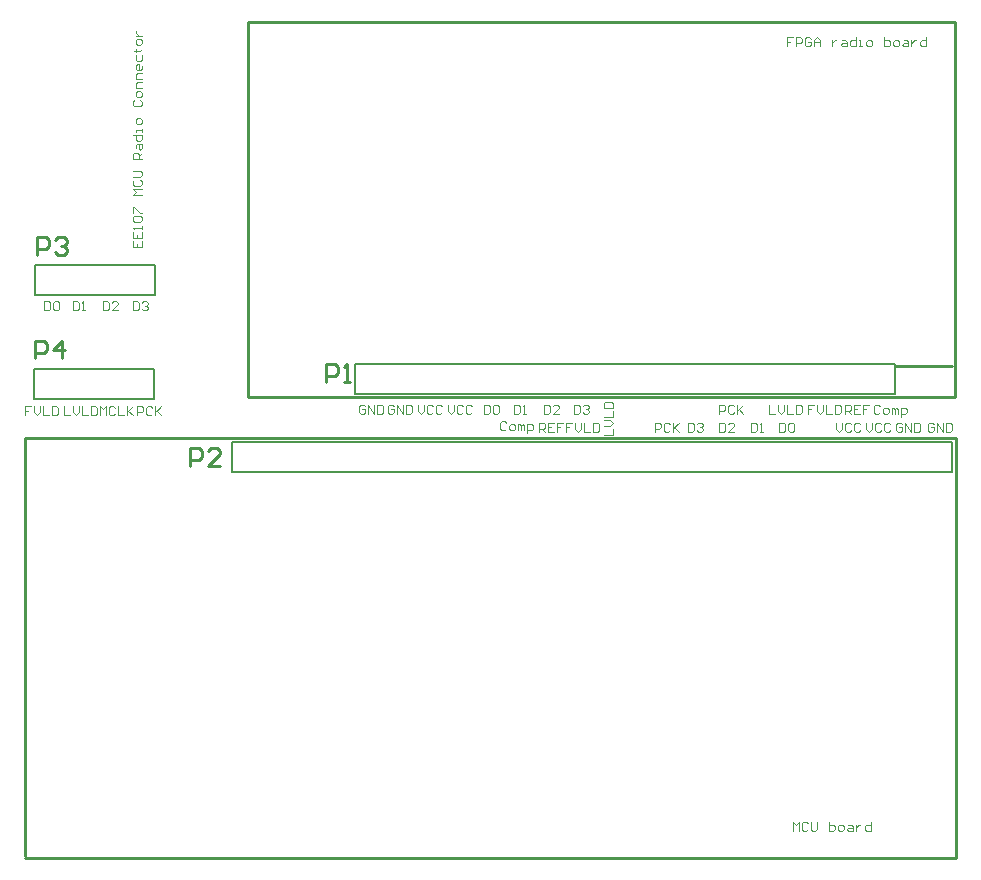
<source format=gto>
%FSTAX23Y23*%
%MOIN*%
%SFA1B1*%

%IPPOS*%
%ADD10C,0.010000*%
%ADD13C,0.007874*%
%ADD14C,0.004016*%
%LNee107_mcu_fpga_connector_board-1*%
%LPD*%
G54D10*
X01555Y03435D02*
X04655D01*
X01555Y0204D02*
Y03435D01*
Y02035D02*
X04655D01*
X0466D02*
Y03435D01*
X0446Y03675D02*
X04645D01*
X023Y0357D02*
Y0482D01*
X04655*
Y0357D02*
Y0482D01*
X023Y0357D02*
X04655D01*
X0159Y03699D02*
Y03758D01*
X0162*
X0163Y03748*
Y03728*
X0162Y03718*
X0159*
X0168Y03699D02*
Y03758D01*
X0165Y03728*
X0169*
X01595Y04044D02*
Y04103D01*
X01625*
X01635Y04093*
Y04073*
X01625Y04063*
X01595*
X01655Y04093D02*
X01665Y04103D01*
X01685*
X01695Y04093*
Y04083*
X01685Y04073*
X01675*
X01685*
X01695Y04063*
Y04054*
X01685Y04044*
X01665*
X01655Y04054*
X02105Y0334D02*
Y034D01*
X02135*
X02145Y0339*
Y0337*
X02135Y0336*
X02105*
X02204Y0334D02*
X02165D01*
X02204Y0338*
Y0339*
X02194Y034*
X02174*
X02165Y0339*
X0256Y0362D02*
Y0368D01*
X0259*
X026Y0367*
Y0365*
X0259Y0364*
X0256*
X0262Y0362D02*
X02639D01*
X02629*
Y0368*
X0262Y0367*
G54D13*
X01985Y03565D02*
Y03665D01*
X01585Y03565D02*
X01985D01*
X01585Y03665D02*
X01985D01*
X01585Y03565D02*
Y03665D01*
X0159Y0391D02*
Y0401D01*
X0199*
X0159Y0391D02*
X0199D01*
Y0401*
X02245Y0332D02*
X0457D01*
X04645*
Y0342*
X02245D02*
X04645D01*
X02245Y0332D02*
Y0342D01*
X0438Y0358D02*
X04455D01*
Y0368*
X02655D02*
X04455D01*
X02655Y0358D02*
Y0368D01*
Y0358D02*
X0438D01*
G54D14*
X01915Y0409D02*
Y0407D01*
X01945*
Y0409*
X0193Y0407D02*
Y0408D01*
X01915Y0412D02*
Y041D01*
X01945*
Y0412*
X0193Y041D02*
Y0411D01*
X01945Y0413D02*
Y04139D01*
Y04134*
X01915*
X0192Y0413*
Y04154D02*
X01915Y04159D01*
Y04169*
X0192Y04174*
X0194*
X01945Y04169*
Y04159*
X0194Y04154*
X0192*
X01915Y04184D02*
Y04204D01*
X0192*
X0194Y04184*
X01945*
Y04244D02*
X01915D01*
X01925Y04254*
X01915Y04264*
X01945*
X0192Y04294D02*
X01915Y04289D01*
Y04279*
X0192Y04274*
X0194*
X01945Y04279*
Y04289*
X0194Y04294*
X01915Y04304D02*
X0194D01*
X01945Y04309*
Y04319*
X0194Y04324*
X01915*
X01945Y04364D02*
X01915D01*
Y04379*
X0192Y04384*
X0193*
X01935Y04379*
Y04364*
Y04374D02*
X01945Y04384D01*
X01925Y04399D02*
Y04409D01*
X0193Y04414*
X01945*
Y04399*
X0194Y04394*
X01935Y04399*
Y04414*
X01915Y04444D02*
X01945D01*
Y04429*
X0194Y04424*
X0193*
X01925Y04429*
Y04444*
X01945Y04454D02*
Y04464D01*
Y04459*
X01925*
Y04454*
X01945Y04484D02*
Y04494D01*
X0194Y04499*
X0193*
X01925Y04494*
Y04484*
X0193Y04479*
X0194*
X01945Y04484*
X0192Y04559D02*
X01915Y04554D01*
Y04544*
X0192Y04539*
X0194*
X01945Y04544*
Y04554*
X0194Y04559*
X01945Y04574D02*
Y04584D01*
X0194Y04589*
X0193*
X01925Y04584*
Y04574*
X0193Y04569*
X0194*
X01945Y04574*
Y04599D02*
X01925D01*
Y04614*
X0193Y04619*
X01945*
Y04629D02*
X01925D01*
Y04644*
X0193Y04649*
X01945*
Y04674D02*
Y04664D01*
X0194Y04659*
X0193*
X01925Y04664*
Y04674*
X0193Y04679*
X01935*
Y04659*
X01925Y04709D02*
Y04694D01*
X0193Y04689*
X0194*
X01945Y04694*
Y04709*
X0192Y04724D02*
X01925D01*
Y04719*
Y04729*
Y04724*
X0194*
X01945Y04729*
Y04749D02*
Y04759D01*
X0194Y04764*
X0193*
X01925Y04759*
Y04749*
X0193Y04744*
X0194*
X01945Y04749*
X01925Y04774D02*
X01945D01*
X01935*
X0193Y04779*
X01925Y04784*
Y04789*
X01915Y0389D02*
Y0386D01*
X0193*
X01935Y03865*
Y03885*
X0193Y0389*
X01915*
X01945Y03885D02*
X0195Y0389D01*
X0196*
X01965Y03885*
Y0388*
X0196Y03875*
X01955*
X0196*
X01965Y0387*
Y03865*
X0196Y0386*
X0195*
X01945Y03865*
X01815Y0389D02*
Y0386D01*
X0183*
X01835Y03865*
Y03885*
X0183Y0389*
X01815*
X01865Y0386D02*
X01845D01*
X01865Y0388*
Y03885*
X0186Y0389*
X0185*
X01845Y03885*
X01715Y0389D02*
Y0386D01*
X0173*
X01735Y03865*
Y03885*
X0173Y0389*
X01715*
X01745Y0386D02*
X01755D01*
X0175*
Y0389*
X01745Y03885*
X0162Y0389D02*
Y0386D01*
X01635*
X0164Y03865*
Y03885*
X01635Y0389*
X0162*
X0165Y03885D02*
X01655Y0389D01*
X01665*
X0167Y03885*
Y03865*
X01665Y0386*
X01655*
X0165Y03865*
Y03885*
X0193Y0351D02*
Y0354D01*
X01945*
X0195Y03535*
Y03525*
X01945Y0352*
X0193*
X0198Y03535D02*
X01975Y0354D01*
X01965*
X0196Y03535*
Y03515*
X01965Y0351*
X01975*
X0198Y03515*
X0199Y0354D02*
Y0351D01*
Y0352*
X02009Y0354*
X01994Y03525*
X02009Y0351*
X01805D02*
Y0354D01*
X01815Y0353*
X01825Y0354*
Y0351*
X01855Y03535D02*
X0185Y0354D01*
X0184*
X01835Y03535*
Y03515*
X0184Y0351*
X0185*
X01855Y03515*
X01865Y0354D02*
Y0351D01*
X01884*
X01894Y0354D02*
Y0351D01*
Y0352*
X01914Y0354*
X01899Y03525*
X01914Y0351*
X01685Y0354D02*
Y0351D01*
X01705*
X01715Y0354D02*
Y0352D01*
X01725Y0351*
X01735Y0352*
Y0354*
X01745D02*
Y0351D01*
X01764*
X01774Y0354D02*
Y0351D01*
X01789*
X01794Y03515*
Y03535*
X01789Y0354*
X01774*
X01575D02*
X01555D01*
Y03525*
X01565*
X01555*
Y0351*
X01585Y0354D02*
Y0352D01*
X01595Y0351*
X01605Y0352*
Y0354*
X01615D02*
Y0351D01*
X01634*
X01644Y0354D02*
Y0351D01*
X01659*
X01664Y03515*
Y03535*
X01659Y0354*
X01644*
X04115Y0477D02*
X04095D01*
Y04755*
X04105*
X04095*
Y0474*
X04125D02*
Y0477D01*
X0414*
X04145Y04765*
Y04755*
X0414Y0475*
X04125*
X04174Y04765D02*
X04169Y0477D01*
X04159*
X04155Y04765*
Y04745*
X04159Y0474*
X04169*
X04174Y04745*
Y04755*
X04164*
X04184Y0474D02*
Y0476D01*
X04194Y0477*
X04204Y0476*
Y0474*
Y04755*
X04184*
X04244Y0476D02*
Y0474D01*
Y0475*
X04249Y04755*
X04254Y0476*
X04259*
X04279D02*
X04289D01*
X04294Y04755*
Y0474*
X04279*
X04274Y04745*
X04279Y0475*
X04294*
X04324Y0477D02*
Y0474D01*
X04309*
X04304Y04745*
Y04755*
X04309Y0476*
X04324*
X04334Y0474D02*
X04344D01*
X04339*
Y0476*
X04334*
X04364Y0474D02*
X04374D01*
X04379Y04745*
Y04755*
X04374Y0476*
X04364*
X04359Y04755*
Y04745*
X04364Y0474*
X04419Y0477D02*
Y0474D01*
X04434*
X04439Y04745*
Y0475*
Y04755*
X04434Y0476*
X04419*
X04454Y0474D02*
X04464D01*
X04469Y04745*
Y04755*
X04464Y0476*
X04454*
X04449Y04755*
Y04745*
X04454Y0474*
X04484Y0476D02*
X04494D01*
X04499Y04755*
Y0474*
X04484*
X04479Y04745*
X04484Y0475*
X04499*
X04509Y0476D02*
Y0474D01*
Y0475*
X04514Y04755*
X04519Y0476*
X04524*
X04559Y0477D02*
Y0474D01*
X04544*
X04539Y04745*
Y04755*
X04544Y0476*
X04559*
X04115Y02125D02*
Y02155D01*
X04125Y02145*
X04135Y02155*
Y02125*
X04165Y0215D02*
X0416Y02155D01*
X0415*
X04145Y0215*
Y0213*
X0415Y02125*
X0416*
X04165Y0213*
X04175Y02155D02*
Y0213D01*
X04179Y02125*
X04189*
X04194Y0213*
Y02155*
X04234D02*
Y02125D01*
X04249*
X04254Y0213*
Y02135*
Y0214*
X04249Y02145*
X04234*
X04269Y02125D02*
X04279D01*
X04284Y0213*
Y0214*
X04279Y02145*
X04269*
X04264Y0214*
Y0213*
X04269Y02125*
X04299Y02145D02*
X04309D01*
X04314Y0214*
Y02125*
X04299*
X04294Y0213*
X04299Y02135*
X04314*
X04324Y02145D02*
Y02125D01*
Y02135*
X04329Y0214*
X04334Y02145*
X04339*
X04374Y02155D02*
Y02125D01*
X04359*
X04354Y0213*
Y0214*
X04359Y02145*
X04374*
X04585Y0348D02*
X0458Y03485D01*
X0457*
X04565Y0348*
Y0346*
X0457Y03455*
X0458*
X04585Y0346*
Y0347*
X04575*
X04595Y03455D02*
Y03485D01*
X04615Y03455*
Y03485*
X04625D02*
Y03455D01*
X04639*
X04644Y0346*
Y0348*
X04639Y03485*
X04625*
X0426D02*
Y03465D01*
X0427Y03455*
X0428Y03465*
Y03485*
X0431Y0348D02*
X04305Y03485D01*
X04295*
X0429Y0348*
Y0346*
X04295Y03455*
X04305*
X0431Y0346*
X04339Y0348D02*
X04334Y03485D01*
X04324*
X0432Y0348*
Y0346*
X04324Y03455*
X04334*
X04339Y0346*
X0448Y0348D02*
X04475Y03485D01*
X04465*
X0446Y0348*
Y0346*
X04465Y03455*
X04475*
X0448Y0346*
Y0347*
X0447*
X0449Y03455D02*
Y03485D01*
X0451Y03455*
Y03485*
X0452D02*
Y03455D01*
X04534*
X04539Y0346*
Y0348*
X04534Y03485*
X0452*
X0436D02*
Y03465D01*
X0437Y03455*
X0438Y03465*
Y03485*
X0441Y0348D02*
X04405Y03485D01*
X04395*
X0439Y0348*
Y0346*
X04395Y03455*
X04405*
X0441Y0346*
X04439Y0348D02*
X04434Y03485D01*
X04424*
X0442Y0348*
Y0346*
X04424Y03455*
X04434*
X04439Y0346*
X0407Y03485D02*
Y03455D01*
X04085*
X0409Y0346*
Y0348*
X04085Y03485*
X0407*
X041Y0348D02*
X04105Y03485D01*
X04115*
X0412Y0348*
Y0346*
X04115Y03455*
X04105*
X041Y0346*
Y0348*
X03975Y03485D02*
Y03455D01*
X0399*
X03995Y0346*
Y0348*
X0399Y03485*
X03975*
X04005Y03455D02*
X04015D01*
X0401*
Y03485*
X04005Y0348*
X0387Y03485D02*
Y03455D01*
X03885*
X0389Y0346*
Y0348*
X03885Y03485*
X0387*
X0392Y03455D02*
X039D01*
X0392Y03475*
Y0348*
X03915Y03485*
X03905*
X039Y0348*
X03765Y03485D02*
Y03455D01*
X0378*
X03785Y0346*
Y0348*
X0378Y03485*
X03765*
X03795Y0348D02*
X038Y03485D01*
X0381*
X03815Y0348*
Y03475*
X0381Y0347*
X03805*
X0381*
X03815Y03465*
Y0346*
X0381Y03455*
X038*
X03795Y0346*
X03655Y03455D02*
Y03485D01*
X0367*
X03675Y0348*
Y0347*
X0367Y03465*
X03655*
X03705Y0348D02*
X037Y03485D01*
X0369*
X03685Y0348*
Y0346*
X0369Y03455*
X037*
X03705Y0346*
X03715Y03485D02*
Y03455D01*
Y03465*
X03734Y03485*
X03719Y0347*
X03734Y03455*
X03485Y03445D02*
X03515D01*
Y03465*
X03485Y03475D02*
X03505D01*
X03515Y03485*
X03505Y03495*
X03485*
Y03505D02*
X03515D01*
Y03524*
X03485Y03534D02*
X03515D01*
Y03549*
X0351Y03554*
X0349*
X03485Y03549*
Y03534*
X0338Y03485D02*
X0336D01*
Y0347*
X0337*
X0336*
Y03455*
X0339Y03485D02*
Y03465D01*
X034Y03455*
X0341Y03465*
Y03485*
X0342D02*
Y03455D01*
X03439*
X03449Y03485D02*
Y03455D01*
X03464*
X03469Y0346*
Y0348*
X03464Y03485*
X03449*
X0327Y03455D02*
Y03485D01*
X03285*
X0329Y0348*
Y0347*
X03285Y03465*
X0327*
X0328D02*
X0329Y03455D01*
X0332Y03485D02*
X033D01*
Y03455*
X0332*
X033Y0347D02*
X0331D01*
X03349Y03485D02*
X0333D01*
Y0347*
X03339*
X0333*
Y03455*
X0316Y03485D02*
X03155Y0349D01*
X03145*
X0314Y03485*
Y03465*
X03145Y0346*
X03155*
X0316Y03465*
X03175Y0346D02*
X03185D01*
X0319Y03465*
Y03475*
X03185Y0348*
X03175*
X0317Y03475*
Y03465*
X03175Y0346*
X032D02*
Y0348D01*
X03204*
X03209Y03475*
Y0346*
Y03475*
X03214Y0348*
X03219Y03475*
Y0346*
X03229Y0345D02*
Y0348D01*
X03244*
X03249Y03475*
Y03465*
X03244Y0346*
X03229*
X04405Y0354D02*
X044Y03545D01*
X0439*
X04385Y0354*
Y0352*
X0439Y03515*
X044*
X04405Y0352*
X0442Y03515D02*
X0443D01*
X04435Y0352*
Y0353*
X0443Y03535*
X0442*
X04415Y0353*
Y0352*
X0442Y03515*
X04445D02*
Y03535D01*
X04449*
X04454Y0353*
Y03515*
Y0353*
X04459Y03535*
X04464Y0353*
Y03515*
X04474Y03505D02*
Y03535D01*
X04489*
X04494Y0353*
Y0352*
X04489Y03515*
X04474*
X0429D02*
Y03545D01*
X04305*
X0431Y0354*
Y0353*
X04305Y03525*
X0429*
X043D02*
X0431Y03515D01*
X0434Y03545D02*
X0432D01*
Y03515*
X0434*
X0432Y0353D02*
X0433D01*
X04369Y03545D02*
X0435D01*
Y0353*
X04359*
X0435*
Y03515*
X04185Y03545D02*
X04165D01*
Y0353*
X04175*
X04165*
Y03515*
X04195Y03545D02*
Y03525D01*
X04205Y03515*
X04215Y03525*
Y03545*
X04225D02*
Y03515D01*
X04244*
X04254Y03545D02*
Y03515D01*
X04269*
X04274Y0352*
Y0354*
X04269Y03545*
X04254*
X04035D02*
Y03515D01*
X04055*
X04065Y03545D02*
Y03525D01*
X04075Y03515*
X04085Y03525*
Y03545*
X04095D02*
Y03515D01*
X04114*
X04124Y03545D02*
Y03515D01*
X04139*
X04144Y0352*
Y0354*
X04139Y03545*
X04124*
X0387Y03515D02*
Y03545D01*
X03885*
X0389Y0354*
Y0353*
X03885Y03525*
X0387*
X0392Y0354D02*
X03915Y03545D01*
X03905*
X039Y0354*
Y0352*
X03905Y03515*
X03915*
X0392Y0352*
X0393Y03545D02*
Y03515D01*
Y03525*
X03949Y03545*
X03934Y0353*
X03949Y03515*
X03385Y03545D02*
Y03515D01*
X034*
X03405Y0352*
Y0354*
X034Y03545*
X03385*
X03415Y0354D02*
X0342Y03545D01*
X0343*
X03435Y0354*
Y03535*
X0343Y0353*
X03425*
X0343*
X03435Y03525*
Y0352*
X0343Y03515*
X0342*
X03415Y0352*
X03285Y03545D02*
Y03515D01*
X033*
X03305Y0352*
Y0354*
X033Y03545*
X03285*
X03335Y03515D02*
X03315D01*
X03335Y03535*
Y0354*
X0333Y03545*
X0332*
X03315Y0354*
X03185Y03545D02*
Y03515D01*
X032*
X03205Y0352*
Y0354*
X032Y03545*
X03185*
X03215Y03515D02*
X03225D01*
X0322*
Y03545*
X03215Y0354*
X03085Y03545D02*
Y03515D01*
X031*
X03105Y0352*
Y0354*
X031Y03545*
X03085*
X03115Y0354D02*
X0312Y03545D01*
X0313*
X03135Y0354*
Y0352*
X0313Y03515*
X0312*
X03115Y0352*
Y0354*
X02965Y03545D02*
Y03525D01*
X02975Y03515*
X02985Y03525*
Y03545*
X03015Y0354D02*
X0301Y03545D01*
X03*
X02995Y0354*
Y0352*
X03Y03515*
X0301*
X03015Y0352*
X03044Y0354D02*
X03039Y03545D01*
X03029*
X03025Y0354*
Y0352*
X03029Y03515*
X03039*
X03044Y0352*
X02865Y03545D02*
Y03525D01*
X02875Y03515*
X02885Y03525*
Y03545*
X02915Y0354D02*
X0291Y03545D01*
X029*
X02895Y0354*
Y0352*
X029Y03515*
X0291*
X02915Y0352*
X02944Y0354D02*
X02939Y03545D01*
X02929*
X02925Y0354*
Y0352*
X02929Y03515*
X02939*
X02944Y0352*
X02785Y0354D02*
X0278Y03545D01*
X0277*
X02765Y0354*
Y0352*
X0277Y03515*
X0278*
X02785Y0352*
Y0353*
X02775*
X02795Y03515D02*
Y03545D01*
X02815Y03515*
Y03545*
X02825D02*
Y03515D01*
X02839*
X02844Y0352*
Y0354*
X02839Y03545*
X02825*
X0269Y0354D02*
X02685Y03545D01*
X02675*
X0267Y0354*
Y0352*
X02675Y03515*
X02685*
X0269Y0352*
Y0353*
X0268*
X027Y03515D02*
Y03545D01*
X0272Y03515*
Y03545*
X0273D02*
Y03515D01*
X02744*
X02749Y0352*
Y0354*
X02744Y03545*
X0273*
M02*
</source>
